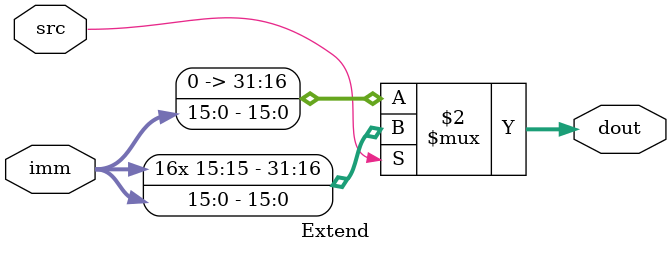
<source format=v>
`timescale 1ns / 1ps


module Extend(
            input [15:0] imm,
            input src,
            output [31:0] dout
    );
            assign dout = (src == 1'b1)     ?       {{16{imm[15]}},imm[15:0]}         :         {16'b0,imm[15:0]};
endmodule

</source>
